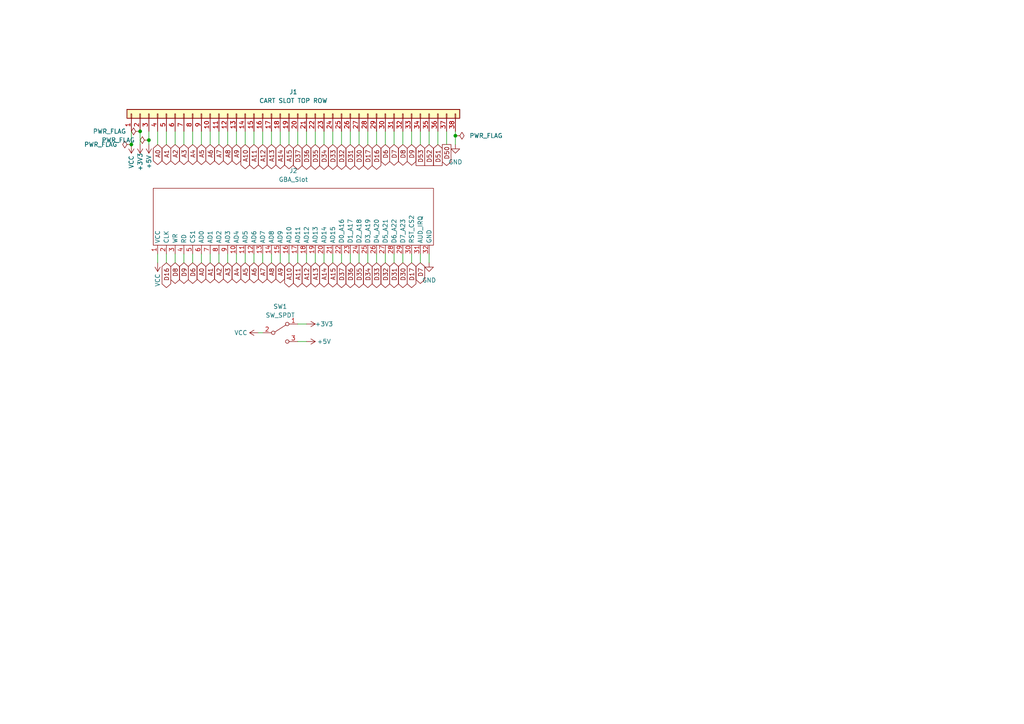
<source format=kicad_sch>
(kicad_sch (version 20211123) (generator eeschema)
  (paper "A4")
  (title_block (title "OSCR GAMEBOY ADAPTER") (date "2022-04-21") (rev "V2"))
  (lib_symbols
    (symbol "Connector_Generic:Conn_01x38" (pin_names (offset 1.016) hide)
      (property "Reference" "J" (at 0 48.26 0))
      (property "Value" "Conn_01x38" (at 0 -50.8 0))
      (symbol "Conn_01x38_1_1"
        (rectangle (start -1.27 -48.133) (end 0 -48.387) (stroke (width 0.1524)))
        (rectangle (start -1.27 -45.593) (end 0 -45.847) (stroke (width 0.1524)))
        (rectangle (start -1.27 -43.053) (end 0 -43.307) (stroke (width 0.1524)))
        (rectangle (start -1.27 -40.513) (end 0 -40.767) (stroke (width 0.1524)))
        (rectangle (start -1.27 -37.973) (end 0 -38.227) (stroke (width 0.1524)))
        (rectangle (start -1.27 -35.433) (end 0 -35.687) (stroke (width 0.1524)))
        (rectangle (start -1.27 -32.893) (end 0 -33.147) (stroke (width 0.1524)))
        (rectangle (start -1.27 -30.353) (end 0 -30.607) (stroke (width 0.1524)))
        (rectangle (start -1.27 -27.813) (end 0 -28.067) (stroke (width 0.1524)))
        (rectangle (start -1.27 -25.273) (end 0 -25.527) (stroke (width 0.1524)))
        (rectangle (start -1.27 -22.733) (end 0 -22.987) (stroke (width 0.1524)))
        (rectangle (start -1.27 -20.193) (end 0 -20.447) (stroke (width 0.1524)))
        (rectangle (start -1.27 -17.653) (end 0 -17.907) (stroke (width 0.1524)))
        (rectangle (start -1.27 -15.113) (end 0 -15.367) (stroke (width 0.1524)))
        (rectangle (start -1.27 -12.573) (end 0 -12.827) (stroke (width 0.1524)))
        (rectangle (start -1.27 -10.033) (end 0 -10.287) (stroke (width 0.1524)))
        (rectangle (start -1.27 -7.493) (end 0 -7.747) (stroke (width 0.1524)))
        (rectangle (start -1.27 -4.953) (end 0 -5.207) (stroke (width 0.1524)))
        (rectangle (start -1.27 -2.413) (end 0 -2.667) (stroke (width 0.1524)))
        (rectangle (start -1.27 0.127) (end 0 -0.127) (stroke (width 0.1524)))
        (rectangle (start -1.27 2.667) (end 0 2.413) (stroke (width 0.1524)))
        (rectangle (start -1.27 5.207) (end 0 4.953) (stroke (width 0.1524)))
        (rectangle (start -1.27 7.747) (end 0 7.493) (stroke (width 0.1524)))
        (rectangle (start -1.27 10.287) (end 0 10.033) (stroke (width 0.1524)))
        (rectangle (start -1.27 12.827) (end 0 12.573) (stroke (width 0.1524)))
        (rectangle (start -1.27 15.367) (end 0 15.113) (stroke (width 0.1524)))
        (rectangle (start -1.27 17.907) (end 0 17.653) (stroke (width 0.1524)))
        (rectangle (start -1.27 20.447) (end 0 20.193) (stroke (width 0.1524)))
        (rectangle (start -1.27 22.987) (end 0 22.733) (stroke (width 0.1524)))
        (rectangle (start -1.27 25.527) (end 0 25.273) (stroke (width 0.1524)))
        (rectangle (start -1.27 28.067) (end 0 27.813) (stroke (width 0.1524)))
        (rectangle (start -1.27 30.607) (end 0 30.353) (stroke (width 0.1524)))
        (rectangle (start -1.27 33.147) (end 0 32.893) (stroke (width 0.1524)))
        (rectangle (start -1.27 35.687) (end 0 35.433) (stroke (width 0.1524)))
        (rectangle (start -1.27 38.227) (end 0 37.973) (stroke (width 0.1524)))
        (rectangle (start -1.27 40.767) (end 0 40.513) (stroke (width 0.1524)))
        (rectangle (start -1.27 43.307) (end 0 43.053) (stroke (width 0.1524)))
        (rectangle (start -1.27 45.847) (end 0 45.593) (stroke (width 0.1524)))
        (rectangle (start -1.27 46.99) (end 1.27 -49.53) (stroke (width 0.254)) (fill (type background)))
        (pin passive line (at -5.08 45.72 0) (length 3.81) (name "Pin_1") (number "1"))
        (pin passive line (at -5.08 22.86 0) (length 3.81) (name "Pin_10") (number "10"))
        (pin passive line (at -5.08 20.32 0) (length 3.81) (name "Pin_11") (number "11"))
        (pin passive line (at -5.08 17.78 0) (length 3.81) (name "Pin_12") (number "12"))
        (pin passive line (at -5.08 15.24 0) (length 3.81) (name "Pin_13") (number "13"))
        (pin passive line (at -5.08 12.7 0) (length 3.81) (name "Pin_14") (number "14"))
        (pin passive line (at -5.08 10.16 0) (length 3.81) (name "Pin_15") (number "15"))
        (pin passive line (at -5.08 7.62 0) (length 3.81) (name "Pin_16") (number "16"))
        (pin passive line (at -5.08 5.08 0) (length 3.81) (name "Pin_17") (number "17"))
        (pin passive line (at -5.08 2.54 0) (length 3.81) (name "Pin_18") (number "18"))
        (pin passive line (at -5.08 0 0) (length 3.81) (name "Pin_19") (number "19"))
        (pin passive line (at -5.08 43.18 0) (length 3.81) (name "Pin_2") (number "2"))
        (pin passive line (at -5.08 -2.54 0) (length 3.81) (name "Pin_20") (number "20"))
        (pin passive line (at -5.08 -5.08 0) (length 3.81) (name "Pin_21") (number "21"))
        (pin passive line (at -5.08 -7.62 0) (length 3.81) (name "Pin_22") (number "22"))
        (pin passive line (at -5.08 -10.16 0) (length 3.81) (name "Pin_23") (number "23"))
        (pin passive line (at -5.08 -12.7 0) (length 3.81) (name "Pin_24") (number "24"))
        (pin passive line (at -5.08 -15.24 0) (length 3.81) (name "Pin_25") (number "25"))
        (pin passive line (at -5.08 -17.78 0) (length 3.81) (name "Pin_26") (number "26"))
        (pin passive line (at -5.08 -20.32 0) (length 3.81) (name "Pin_27") (number "27"))
        (pin passive line (at -5.08 -22.86 0) (length 3.81) (name "Pin_28") (number "28"))
        (pin passive line (at -5.08 -25.4 0) (length 3.81) (name "Pin_29") (number "29"))
        (pin passive line (at -5.08 40.64 0) (length 3.81) (name "Pin_3") (number "3"))
        (pin passive line (at -5.08 -27.94 0) (length 3.81) (name "Pin_30") (number "30"))
        (pin passive line (at -5.08 -30.48 0) (length 3.81) (name "Pin_31") (number "31"))
        (pin passive line (at -5.08 -33.02 0) (length 3.81) (name "Pin_32") (number "32"))
        (pin passive line (at -5.08 -35.56 0) (length 3.81) (name "Pin_33") (number "33"))
        (pin passive line (at -5.08 -38.1 0) (length 3.81) (name "Pin_34") (number "34"))
        (pin passive line (at -5.08 -40.64 0) (length 3.81) (name "Pin_35") (number "35"))
        (pin passive line (at -5.08 -43.18 0) (length 3.81) (name "Pin_36") (number "36"))
        (pin passive line (at -5.08 -45.72 0) (length 3.81) (name "Pin_37") (number "37"))
        (pin passive line (at -5.08 -48.26 0) (length 3.81) (name "Pin_38") (number "38"))
        (pin passive line (at -5.08 38.1 0) (length 3.81) (name "Pin_4") (number "4"))
        (pin passive line (at -5.08 35.56 0) (length 3.81) (name "Pin_5") (number "5"))
        (pin passive line (at -5.08 33.02 0) (length 3.81) (name "Pin_6") (number "6"))
        (pin passive line (at -5.08 30.48 0) (length 3.81) (name "Pin_7") (number "7"))
        (pin passive line (at -5.08 27.94 0) (length 3.81) (name "Pin_8") (number "8"))
        (pin passive line (at -5.08 25.4 0) (length 3.81) (name "Pin_9") (number "9"))
      )
    )
    (symbol "Switch:SW_SPDT" (pin_names (offset 0) hide)
      (property "Reference" "SW" (at 0 4.318 0))
      (property "Value" "SW_SPDT" (at 0 -5.08 0))
      (symbol "SW_SPDT_0_0"
        (circle (center -2.032 0) (radius 0.508))
        (circle (center 2.032 -2.54) (radius 0.508))
      )
      (symbol "SW_SPDT_0_1"
        (polyline (pts (xy -1.524 0.254) (xy 1.651 2.286)))
        (circle (center 2.032 2.54) (radius 0.508))
      )
      (symbol "SW_SPDT_1_1"
        (pin passive line (at 5.08 2.54 180) (length 2.54) (name "A") (number "1"))
        (pin passive line (at -5.08 0 0) (length 2.54) (name "B") (number "2"))
        (pin passive line (at 5.08 -2.54 180) (length 2.54) (name "C") (number "3"))
      )
    )
    (symbol "power:+3.3V" (power) (pin_names (offset 0))
      (property "Value" "+3.3V" (at 0 3.556 0))
      (symbol "+3.3V_0_1"
        (polyline (pts (xy -0.762 1.27) (xy 0 2.54)))
        (polyline (pts (xy 0 0) (xy 0 2.54)))
        (polyline (pts (xy 0 2.54) (xy 0.762 1.27)))
      )
      (symbol "+3.3V_1_1"
        (pin power_in line (at 0 0 90) (length 0) hide (name "+3V3") (number "1"))
      )
    )
    (symbol "power:+5V" (power) (pin_names (offset 0))
      (property "Value" "+5V" (at 0 3.556 0))
      (symbol "+5V_0_1"
        (polyline (pts (xy -0.762 1.27) (xy 0 2.54)))
        (polyline (pts (xy 0 0) (xy 0 2.54)))
        (polyline (pts (xy 0 2.54) (xy 0.762 1.27)))
      )
      (symbol "+5V_1_1"
        (pin power_in line (at 0 0 90) (length 0) hide (name "+5V") (number "1"))
      )
    )
    (symbol "power:GND" (power) (pin_names (offset 0))
      (property "Value" "GND" (at 0 -3.81 0))
      (symbol "GND_0_1"
        (polyline (pts (xy 0 0) (xy 0 -1.27) (xy 1.27 -1.27) (xy 0 -2.54) (xy -1.27 -1.27) (xy 0 -1.27)))
      )
      (symbol "GND_1_1"
        (pin power_in line (at 0 0 270) (length 0) hide (name "GND") (number "1"))
      )
    )
    (symbol "power:PWR_FLAG" (power) (pin_numbers hide) (pin_names (offset 0) hide)
      (property "Value" "PWR_FLAG" (at 0 3.81 0))
      (symbol "PWR_FLAG_0_0"
        (pin power_out line (at 0 0 90) (length 0) (name "pwr") (number "1"))
      )
      (symbol "PWR_FLAG_0_1"
        (polyline (pts (xy 0 0) (xy 0 1.27) (xy -1.016 1.905) (xy 0 2.54) (xy 1.016 1.905) (xy 0 1.27)))
      )
    )
    (symbol "power:VCC" (power) (pin_names (offset 0))
      (property "Value" "VCC" (at 0 3.81 0))
      (symbol "VCC_0_1"
        (polyline (pts (xy -0.762 1.27) (xy 0 2.54)))
        (polyline (pts (xy 0 0) (xy 0 2.54)))
        (polyline (pts (xy 0 2.54) (xy 0.762 1.27)))
      )
      (symbol "VCC_1_1"
        (pin power_in line (at 0 0 90) (length 0) hide (name "VCC") (number "1"))
      )
    )
    (symbol "sanni:GBA_Slot"
      (property "Reference" "J" (at -39.37 15.24 0))
      (property "Value" "GBA_Slot" (at -35.56 11.43 0))
      (symbol "GBA_Slot_0_1"
        (rectangle (start 41.91 -6.35) (end -39.37 10.16) (stroke (width 0.1524)))
      )
      (symbol "GBA_Slot_1_1"
        (pin power_in line (at -38.1 -8.89 90) (length 2.54) (name "VCC") (number "1"))
        (pin bidirectional line (at -15.24 -8.89 90) (length 2.54) (name "AD4") (number "10"))
        (pin bidirectional line (at -12.7 -8.89 90) (length 2.54) (name "AD5") (number "11"))
        (pin bidirectional line (at -10.16 -8.89 90) (length 2.54) (name "AD6") (number "12"))
        (pin bidirectional line (at -7.62 -8.89 90) (length 2.54) (name "AD7") (number "13"))
        (pin bidirectional line (at -5.08 -8.89 90) (length 2.54) (name "AD8") (number "14"))
        (pin bidirectional line (at -2.54 -8.89 90) (length 2.54) (name "AD9") (number "15"))
        (pin bidirectional line (at 0 -8.89 90) (length 2.54) (name "AD10") (number "16"))
        (pin bidirectional line (at 2.54 -8.89 90) (length 2.54) (name "AD11") (number "17"))
        (pin bidirectional line (at 5.08 -8.89 90) (length 2.54) (name "AD12") (number "18"))
        (pin bidirectional line (at 7.62 -8.89 90) (length 2.54) (name "AD13") (number "19"))
        (pin input line (at -35.56 -8.89 90) (length 2.54) (name "CLK") (number "2"))
        (pin bidirectional line (at 10.16 -8.89 90) (length 2.54) (name "AD14") (number "20"))
        (pin bidirectional line (at 12.7 -8.89 90) (length 2.54) (name "AD15") (number "21"))
        (pin bidirectional line (at 15.24 -8.89 90) (length 2.54) (name "D0_A16") (number "22"))
        (pin bidirectional line (at 17.78 -8.89 90) (length 2.54) (name "D1_A17") (number "23"))
        (pin bidirectional line (at 20.32 -8.89 90) (length 2.54) (name "D2_A18") (number "24"))
        (pin bidirectional line (at 22.86 -8.89 90) (length 2.54) (name "D3_A19") (number "25"))
        (pin bidirectional line (at 25.4 -8.89 90) (length 2.54) (name "D4_A20") (number "26"))
        (pin bidirectional line (at 27.94 -8.89 90) (length 2.54) (name "D5_A21") (number "27"))
        (pin bidirectional line (at 30.48 -8.89 90) (length 2.54) (name "D6_A22") (number "28"))
        (pin bidirectional line (at 33.02 -8.89 90) (length 2.54) (name "D7_A23") (number "29"))
        (pin input line (at -33.02 -8.89 90) (length 2.54) (name "WR") (number "3"))
        (pin input line (at 35.56 -8.89 90) (length 2.54) (name "RST_CS2") (number "30"))
        (pin input line (at 38.1 -8.89 90) (length 2.54) (name "AUD_IRQ") (number "31"))
        (pin power_in line (at 40.64 -8.89 90) (length 2.54) (name "GND") (number "32"))
        (pin input line (at -30.48 -8.89 90) (length 2.54) (name "RD") (number "4"))
        (pin input line (at -27.94 -8.89 90) (length 2.54) (name "CS1") (number "5"))
        (pin bidirectional line (at -25.4 -8.89 90) (length 2.54) (name "AD0") (number "6"))
        (pin bidirectional line (at -22.86 -8.89 90) (length 2.54) (name "AD1") (number "7"))
        (pin bidirectional line (at -20.32 -8.89 90) (length 2.54) (name "AD2") (number "8"))
        (pin bidirectional line (at -17.78 -8.89 90) (length 2.54) (name "AD3") (number "9"))
      )
    )
  )
  (junction (at 132.08 39.37))
  (junction (at 43.18 40.64))
  (junction (at 40.64 38.1))
  (junction (at 38.1 41.91))
  (wire (pts (xy 99.06 73.66) (xy 99.06 76.2)))
  (wire (pts (xy 114.3 38.1) (xy 114.3 41.91)))
  (wire (pts (xy 96.52 38.1) (xy 96.52 41.91)))
  (wire (pts (xy 63.5 73.66) (xy 63.5 76.2)))
  (wire (pts (xy 81.28 38.1) (xy 81.28 41.91)))
  (wire (pts (xy 48.26 73.66) (xy 48.26 76.2)))
  (wire (pts (xy 76.2 73.66) (xy 76.2 76.2)))
  (wire (pts (xy 55.88 73.66) (xy 55.88 76.2)))
  (wire (pts (xy 83.82 73.66) (xy 83.82 76.2)))
  (wire (pts (xy 81.28 73.66) (xy 81.28 76.2)))
  (wire (pts (xy 114.3 73.66) (xy 114.3 76.2)))
  (wire (pts (xy 111.76 38.1) (xy 111.76 41.91)))
  (wire (pts (xy 45.72 38.1) (xy 45.72 41.91)))
  (wire (pts (xy 78.74 38.1) (xy 78.74 41.91)))
  (wire (pts (xy 76.2 38.1) (xy 76.2 41.91)))
  (wire (pts (xy 71.12 73.66) (xy 71.12 76.2)))
  (wire (pts (xy 88.9 73.66) (xy 88.9 76.2)))
  (wire (pts (xy 101.6 73.66) (xy 101.6 76.2)))
  (wire (pts (xy 68.58 38.1) (xy 68.58 41.91)))
  (wire (pts (xy 86.36 73.66) (xy 86.36 76.2)))
  (wire (pts (xy 50.8 38.1) (xy 50.8 41.91)))
  (wire (pts (xy 127 38.1) (xy 127 41.91)))
  (wire (pts (xy 43.18 38.1) (xy 43.18 40.64)))
  (wire (pts (xy 43.18 40.64) (xy 43.18 41.91)))
  (wire (pts (xy 124.46 73.66) (xy 124.46 76.2)))
  (wire (pts (xy 48.26 38.1) (xy 48.26 41.91)))
  (wire (pts (xy 109.22 38.1) (xy 109.22 41.91)))
  (wire (pts (xy 109.22 73.66) (xy 109.22 76.2)))
  (wire (pts (xy 73.66 73.66) (xy 73.66 76.2)))
  (wire (pts (xy 121.92 73.66) (xy 121.92 76.2)))
  (wire (pts (xy 104.14 73.66) (xy 104.14 76.2)))
  (wire (pts (xy 86.36 38.1) (xy 86.36 41.91)))
  (wire (pts (xy 73.66 38.1) (xy 73.66 41.91)))
  (wire (pts (xy 83.82 38.1) (xy 83.82 41.91)))
  (wire (pts (xy 55.88 38.1) (xy 55.88 41.91)))
  (wire (pts (xy 104.14 38.1) (xy 104.14 41.91)))
  (wire (pts (xy 111.76 73.66) (xy 111.76 76.2)))
  (wire (pts (xy 38.1 38.1) (xy 38.1 41.91)))
  (wire (pts (xy 99.06 38.1) (xy 99.06 41.91)))
  (wire (pts (xy 71.12 38.1) (xy 71.12 41.91)))
  (wire (pts (xy 91.44 38.1) (xy 91.44 41.91)))
  (wire (pts (xy 116.84 38.1) (xy 116.84 41.91)))
  (wire (pts (xy 106.68 73.66) (xy 106.68 76.2)))
  (wire (pts (xy 121.92 38.1) (xy 121.92 41.91)))
  (wire (pts (xy 50.8 73.66) (xy 50.8 76.2)))
  (wire (pts (xy 86.36 99.06) (xy 88.9 99.06)))
  (wire (pts (xy 58.42 38.1) (xy 58.42 41.91)))
  (wire (pts (xy 78.74 73.66) (xy 78.74 76.2)))
  (wire (pts (xy 58.42 73.66) (xy 58.42 76.2)))
  (wire (pts (xy 66.04 73.66) (xy 66.04 76.2)))
  (wire (pts (xy 53.34 38.1) (xy 53.34 41.91)))
  (wire (pts (xy 68.58 73.66) (xy 68.58 76.2)))
  (wire (pts (xy 124.46 38.1) (xy 124.46 41.91)))
  (wire (pts (xy 106.68 38.1) (xy 106.68 41.91)))
  (wire (pts (xy 63.5 38.1) (xy 63.5 41.91)))
  (wire (pts (xy 119.38 73.66) (xy 119.38 76.2)))
  (wire (pts (xy 116.84 73.66) (xy 116.84 76.2)))
  (wire (pts (xy 129.54 38.1) (xy 129.54 41.91)))
  (wire (pts (xy 132.08 38.1) (xy 132.08 39.37)))
  (wire (pts (xy 132.08 39.37) (xy 132.08 41.91)))
  (wire (pts (xy 119.38 38.1) (xy 119.38 41.91)))
  (wire (pts (xy 66.04 38.1) (xy 66.04 41.91)))
  (wire (pts (xy 60.96 38.1) (xy 60.96 41.91)))
  (wire (pts (xy 88.9 38.1) (xy 88.9 41.91)))
  (wire (pts (xy 91.44 73.66) (xy 91.44 76.2)))
  (wire (pts (xy 40.64 38.1) (xy 40.64 41.91)))
  (wire (pts (xy 60.96 73.66) (xy 60.96 76.2)))
  (wire (pts (xy 93.98 38.1) (xy 93.98 41.91)))
  (wire (pts (xy 53.34 73.66) (xy 53.34 76.2)))
  (wire (pts (xy 101.6 38.1) (xy 101.6 41.91)))
  (wire (pts (xy 45.72 73.66) (xy 45.72 76.2)))
  (wire (pts (xy 86.36 93.98) (xy 88.9 93.98)))
  (wire (pts (xy 96.52 73.66) (xy 96.52 76.2)))
  (wire (pts (xy 93.98 73.66) (xy 93.98 76.2)))
  (wire (pts (xy 74.93 96.52) (xy 76.2 96.52)))
  (global_label "A6" (shape bidirectional) (at 60.96 41.91 270) (property "Intersheet References" "${INTERSHEET_REFS}" (effects hide)))
  (global_label "A2" (shape bidirectional) (at 63.5 76.2 270) (property "Intersheet References" "${INTERSHEET_REFS}" (effects hide)))
  (global_label "D36" (shape bidirectional) (at 101.6 76.2 270) (property "Intersheet References" "${INTERSHEET_REFS}" (effects hide)))
  (global_label "A9" (shape bidirectional) (at 68.58 41.91 270) (property "Intersheet References" "${INTERSHEET_REFS}" (effects hide)))
  (global_label "D31" (shape bidirectional) (at 101.6 41.91 270) (property "Intersheet References" "${INTERSHEET_REFS}" (effects hide)))
  (global_label "A3" (shape bidirectional) (at 66.04 76.2 270) (property "Intersheet References" "${INTERSHEET_REFS}" (effects hide)))
  (global_label "D17" (shape bidirectional) (at 106.68 41.91 270) (property "Intersheet References" "${INTERSHEET_REFS}" (effects hide)))
  (global_label "A1" (shape bidirectional) (at 60.96 76.2 270) (property "Intersheet References" "${INTERSHEET_REFS}" (effects hide)))
  (global_label "D34" (shape bidirectional) (at 93.98 41.91 270) (property "Intersheet References" "${INTERSHEET_REFS}" (effects hide)))
  (global_label "A11" (shape bidirectional) (at 73.66 41.91 270) (property "Intersheet References" "${INTERSHEET_REFS}" (effects hide)))
  (global_label "A5" (shape bidirectional) (at 58.42 41.91 270) (property "Intersheet References" "${INTERSHEET_REFS}" (effects hide)))
  (global_label "D31" (shape bidirectional) (at 114.3 76.2 270) (property "Intersheet References" "${INTERSHEET_REFS}" (effects hide)))
  (global_label "D16" (shape bidirectional) (at 109.22 41.91 270) (property "Intersheet References" "${INTERSHEET_REFS}" (effects hide)))
  (global_label "D9" (shape bidirectional) (at 53.34 76.2 270) (property "Intersheet References" "${INTERSHEET_REFS}" (effects hide)))
  (global_label "D7" (shape bidirectional) (at 114.3 41.91 270) (property "Intersheet References" "${INTERSHEET_REFS}" (effects hide)))
  (global_label "D8" (shape bidirectional) (at 50.8 76.2 270) (property "Intersheet References" "${INTERSHEET_REFS}" (effects hide)))
  (global_label "D33" (shape bidirectional) (at 96.52 41.91 270) (property "Intersheet References" "${INTERSHEET_REFS}" (effects hide)))
  (global_label "A12" (shape bidirectional) (at 76.2 41.91 270) (property "Intersheet References" "${INTERSHEET_REFS}" (effects hide)))
  (global_label "D9" (shape bidirectional) (at 119.38 41.91 270) (property "Intersheet References" "${INTERSHEET_REFS}" (effects hide)))
  (global_label "A4" (shape bidirectional) (at 68.58 76.2 270) (property "Intersheet References" "${INTERSHEET_REFS}" (effects hide)))
  (global_label "D50" (shape output) (at 129.54 41.91 270) (property "Intersheet References" "${INTERSHEET_REFS}" (effects hide)))
  (global_label "A7" (shape bidirectional) (at 63.5 41.91 270) (property "Intersheet References" "${INTERSHEET_REFS}" (effects hide)))
  (global_label "D30" (shape bidirectional) (at 104.14 41.91 270) (property "Intersheet References" "${INTERSHEET_REFS}" (effects hide)))
  (global_label "A9" (shape bidirectional) (at 81.28 76.2 270) (property "Intersheet References" "${INTERSHEET_REFS}" (effects hide)))
  (global_label "A15" (shape bidirectional) (at 96.52 76.2 270) (property "Intersheet References" "${INTERSHEET_REFS}" (effects hide)))
  (global_label "D30" (shape bidirectional) (at 116.84 76.2 270) (property "Intersheet References" "${INTERSHEET_REFS}" (effects hide)))
  (global_label "A1" (shape bidirectional) (at 48.26 41.91 270) (property "Intersheet References" "${INTERSHEET_REFS}" (effects hide)))
  (global_label "D53" (shape input) (at 121.92 41.91 270) (property "Intersheet References" "${INTERSHEET_REFS}" (effects hide)))
  (global_label "A13" (shape bidirectional) (at 78.74 41.91 270) (property "Intersheet References" "${INTERSHEET_REFS}" (effects hide)))
  (global_label "A3" (shape bidirectional) (at 53.34 41.91 270) (property "Intersheet References" "${INTERSHEET_REFS}" (effects hide)))
  (global_label "A12" (shape bidirectional) (at 88.9 76.2 270) (property "Intersheet References" "${INTERSHEET_REFS}" (effects hide)))
  (global_label "A8" (shape bidirectional) (at 78.74 76.2 270) (property "Intersheet References" "${INTERSHEET_REFS}" (effects hide)))
  (global_label "D8" (shape bidirectional) (at 116.84 41.91 270) (property "Intersheet References" "${INTERSHEET_REFS}" (effects hide)))
  (global_label "D36" (shape bidirectional) (at 88.9 41.91 270) (property "Intersheet References" "${INTERSHEET_REFS}" (effects hide)))
  (global_label "D33" (shape bidirectional) (at 109.22 76.2 270) (property "Intersheet References" "${INTERSHEET_REFS}" (effects hide)))
  (global_label "D51" (shape input) (at 127 41.91 270) (property "Intersheet References" "${INTERSHEET_REFS}" (effects hide)))
  (global_label "A5" (shape bidirectional) (at 71.12 76.2 270) (property "Intersheet References" "${INTERSHEET_REFS}" (effects hide)))
  (global_label "A0" (shape bidirectional) (at 58.42 76.2 270) (property "Intersheet References" "${INTERSHEET_REFS}" (effects hide)))
  (global_label "D16" (shape bidirectional) (at 48.26 76.2 270) (property "Intersheet References" "${INTERSHEET_REFS}" (effects hide)))
  (global_label "D7" (shape bidirectional) (at 121.92 76.2 270) (property "Intersheet References" "${INTERSHEET_REFS}" (effects hide)))
  (global_label "A11" (shape bidirectional) (at 86.36 76.2 270) (property "Intersheet References" "${INTERSHEET_REFS}" (effects hide)))
  (global_label "D35" (shape bidirectional) (at 91.44 41.91 270) (property "Intersheet References" "${INTERSHEET_REFS}" (effects hide)))
  (global_label "A0" (shape bidirectional) (at 45.72 41.91 270) (property "Intersheet References" "${INTERSHEET_REFS}" (effects hide)))
  (global_label "D34" (shape bidirectional) (at 106.68 76.2 270) (property "Intersheet References" "${INTERSHEET_REFS}" (effects hide)))
  (global_label "A10" (shape bidirectional) (at 71.12 41.91 270) (property "Intersheet References" "${INTERSHEET_REFS}" (effects hide)))
  (global_label "A14" (shape bidirectional) (at 93.98 76.2 270) (property "Intersheet References" "${INTERSHEET_REFS}" (effects hide)))
  (global_label "A10" (shape bidirectional) (at 83.82 76.2 270) (property "Intersheet References" "${INTERSHEET_REFS}" (effects hide)))
  (global_label "D6" (shape bidirectional) (at 55.88 76.2 270) (property "Intersheet References" "${INTERSHEET_REFS}" (effects hide)))
  (global_label "A13" (shape bidirectional) (at 91.44 76.2 270) (property "Intersheet References" "${INTERSHEET_REFS}" (effects hide)))
  (global_label "A7" (shape bidirectional) (at 76.2 76.2 270) (property "Intersheet References" "${INTERSHEET_REFS}" (effects hide)))
  (global_label "D17" (shape bidirectional) (at 119.38 76.2 270) (property "Intersheet References" "${INTERSHEET_REFS}" (effects hide)))
  (global_label "D32" (shape bidirectional) (at 99.06 41.91 270) (property "Intersheet References" "${INTERSHEET_REFS}" (effects hide)))
  (global_label "D37" (shape bidirectional) (at 99.06 76.2 270) (property "Intersheet References" "${INTERSHEET_REFS}" (effects hide)))
  (global_label "D37" (shape bidirectional) (at 86.36 41.91 270) (property "Intersheet References" "${INTERSHEET_REFS}" (effects hide)))
  (global_label "D52" (shape input) (at 124.46 41.91 270) (property "Intersheet References" "${INTERSHEET_REFS}" (effects hide)))
  (global_label "D35" (shape bidirectional) (at 104.14 76.2 270) (property "Intersheet References" "${INTERSHEET_REFS}" (effects hide)))
  (global_label "D32" (shape bidirectional) (at 111.76 76.2 270) (property "Intersheet References" "${INTERSHEET_REFS}" (effects hide)))
  (global_label "A14" (shape bidirectional) (at 81.28 41.91 270) (property "Intersheet References" "${INTERSHEET_REFS}" (effects hide)))
  (global_label "A6" (shape bidirectional) (at 73.66 76.2 270) (property "Intersheet References" "${INTERSHEET_REFS}" (effects hide)))
  (global_label "A15" (shape bidirectional) (at 83.82 41.91 270) (property "Intersheet References" "${INTERSHEET_REFS}" (effects hide)))
  (global_label "D6" (shape bidirectional) (at 111.76 41.91 270) (property "Intersheet References" "${INTERSHEET_REFS}" (effects hide)))
  (global_label "A4" (shape bidirectional) (at 55.88 41.91 270) (property "Intersheet References" "${INTERSHEET_REFS}" (effects hide)))
  (global_label "A8" (shape bidirectional) (at 66.04 41.91 270) (property "Intersheet References" "${INTERSHEET_REFS}" (effects hide)))
  (global_label "A2" (shape bidirectional) (at 50.8 41.91 270) (property "Intersheet References" "${INTERSHEET_REFS}" (effects hide)))
  (symbol (lib_id "power:+5V") (at 43.18 41.91 180) (unit 1)
    (property "Reference" "#PWR03" (effects hide))
    (property "Value" "+5V" (at 43.18 46.99 90))
  )
  (symbol (lib_id "power:PWR_FLAG") (at 43.18 40.64 90) (unit 1)
    (property "Reference" "#FLG03" (effects hide))
    (property "Value" "PWR_FLAG" (at 34.29 40.64 90))
  )
  (symbol (lib_id "power:+5V") (at 88.9 99.06 270) (unit 1)
    (property "Reference" "#PWR07" (effects hide))
    (property "Value" "+5V" (at 93.98 99.06 90))
  )
  (symbol (lib_id "power:GND") (at 132.08 41.91 0) (unit 1)
    (property "Reference" "#PWR09" (effects hide))
    (property "Value" "GND" (at 132.08 46.99 0))
  )
  (symbol (lib_id "Switch:SW_SPDT") (at 81.28 96.52 0) (unit 1)
    (property "Reference" "SW1" (at 81.28 88.9 0))
    (property "Value" "SW_SPDT" (at 81.28 91.44 0))
  )
  (symbol (lib_id "power:+3.3V") (at 88.9 93.98 270) (unit 1)
    (property "Reference" "#PWR06" (effects hide))
    (property "Value" "+3.3V" (at 93.98 93.98 90))
  )
  (symbol (lib_id "power:VCC") (at 45.72 76.2 180) (unit 1)
    (property "Reference" "#PWR04" (effects hide))
    (property "Value" "VCC" (at 45.72 81.28 90))
  )
  (symbol (lib_id "power:VCC") (at 38.1 41.91 180) (unit 1)
    (property "Reference" "#PWR01" (effects hide))
    (property "Value" "VCC" (at 38.1 46.99 90))
  )
  (symbol (lib_id "Connector_Generic:Conn_01x38") (at 83.82 33.02 90) (unit 1)
    (property "Reference" "J1" (at 85.09 26.67 90))
    (property "Value" "CART SLOT TOP ROW" (at 85.09 29.21 90))
    (property "Footprint" "Connector_PinSocket_2.54mm:PinSocket_1x38_P2.54mm_Vertical" (effects hide))
  )
  (symbol (lib_id "power:PWR_FLAG") (at 132.08 39.37 270) (unit 1)
    (property "Reference" "#FLG04" (effects hide))
    (property "Value" "PWR_FLAG" (at 140.97 39.37 90))
  )
  (symbol (lib_id "sanni:GBA_Slot") (at 83.82 64.77 0) (unit 1)
    (property "Reference" "J2" (at 85.09 49.53 0))
    (property "Value" "GBA_Slot" (at 85.09 52.07 0))
  )
  (symbol (lib_id "power:GND") (at 124.46 76.2 0) (unit 1)
    (property "Reference" "#PWR08" (effects hide))
    (property "Value" "GND" (at 124.46 81.28 0))
  )
  (symbol (lib_id "power:PWR_FLAG") (at 38.1 41.91 90) (unit 1)
    (property "Reference" "#FLG01" (effects hide))
    (property "Value" "PWR_FLAG" (at 29.21 41.91 90))
  )
  (symbol (lib_id "power:+3.3V") (at 40.64 41.91 180) (unit 1)
    (property "Reference" "#PWR02" (effects hide))
    (property "Value" "+3.3V" (at 40.64 46.99 90))
  )
  (symbol (lib_id "power:VCC") (at 74.93 96.52 90) (unit 1)
    (property "Reference" "#PWR05" (effects hide))
    (property "Value" "VCC" (at 69.85 96.52 90))
  )
  (symbol (lib_id "power:PWR_FLAG") (at 40.64 38.1 90) (unit 1)
    (property "Reference" "#FLG02" (effects hide))
    (property "Value" "PWR_FLAG" (at 31.75 38.1 90))
  )
)
</source>
